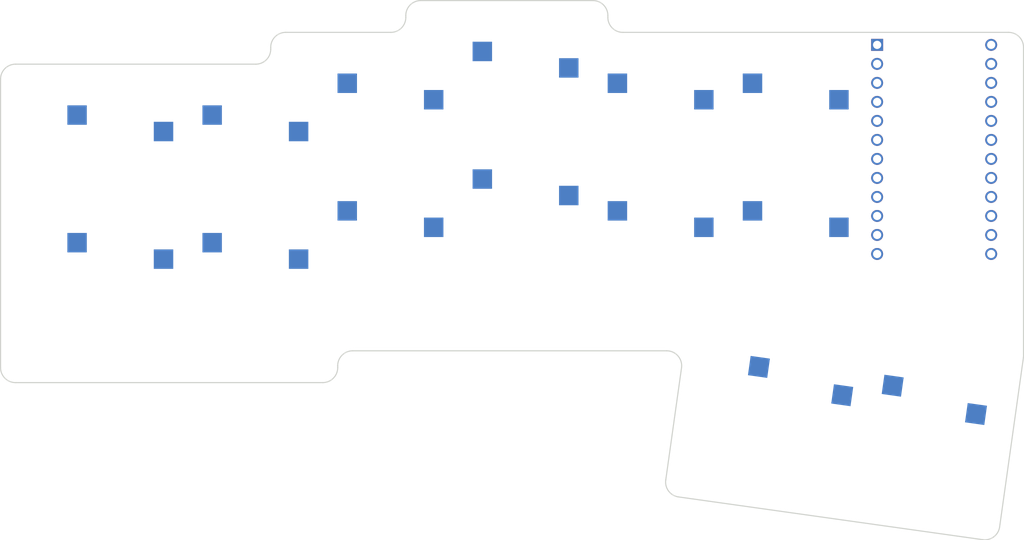
<source format=kicad_pcb>
(kicad_pcb (version 20240108) (generator "pcbnew") (generator_version "8.0")
  (title_block (title "key-outline") (rev "v1.0.0") (company "Unknown"))
  (layers (0 "F.Cu" signal) (31 "B.Cu" signal) (34 "B.Paste" user) (35 "F.Paste" user) (36 "B.SilkS" user "B.Silkscreen") (37 "F.SilkS" user "F.Silkscreen") (38 "B.Mask" user) (39 "F.Mask" user) (44 "Edge.Cuts" user))
  (net 0 "")
  (net 1 "GND")
  (footprint "PG1350" (layer "F.Cu") (at 87.775 121.2)
    (property "Reference" "S1" (hide yes))
    (property "Value" "" (hide yes))
    (pad "" np_thru_hole circle (at -5.5 0) (size 1.7018 1.7018) (drill 1.7018) (layers "*.Cu" "*.Mask"))
    (pad "" np_thru_hole circle (at 0 -5.95) (size 3 3) (drill 3) (layers "*.Cu" "*.Mask"))
    (pad "" np_thru_hole circle (at 0 0) (size 3.429 3.429) (drill 3.429) (layers "*.Cu" "*.Mask"))
    (pad "" np_thru_hole circle (at 5 -3.75) (size 3 3) (drill 3) (layers "*.Cu" "*.Mask"))
    (pad "" np_thru_hole circle (at 5.5 0) (size 1.7018 1.7018) (drill 1.7018) (layers "*.Cu" "*.Mask"))
    (pad "1" smd rect (at -3.275 -5.95) (size 2.6 2.6) (layers "B.Cu" "B.Paste" "B.Mask") (net 1 "GND"))
    (pad "2" smd rect (at 8.275 -3.75) (size 2.6 2.6) (layers "B.Cu" "B.Paste" "B.Mask"))
  )
  (footprint "PG1350" (layer "F.Cu") (at 105.825 104.15)
    (property "Reference" "S4" (hide yes))
    (property "Value" "" (hide yes))
    (pad "" np_thru_hole circle (at -5.5 0) (size 1.7018 1.7018) (drill 1.7018) (layers "*.Cu" "*.Mask"))
    (pad "" np_thru_hole circle (at 0 -5.95) (size 3 3) (drill 3) (layers "*.Cu" "*.Mask"))
    (pad "" np_thru_hole circle (at 0 0) (size 3.429 3.429) (drill 3.429) (layers "*.Cu" "*.Mask"))
    (pad "" np_thru_hole circle (at 5 -3.75) (size 3 3) (drill 3) (layers "*.Cu" "*.Mask"))
    (pad "" np_thru_hole circle (at 5.5 0) (size 1.7018 1.7018) (drill 1.7018) (layers "*.Cu" "*.Mask"))
    (pad "1" smd rect (at -3.275 -5.95) (size 2.6 2.6) (layers "B.Cu" "B.Paste" "B.Mask") (net 1 "GND"))
    (pad "2" smd rect (at 8.275 -3.75) (size 2.6 2.6) (layers "B.Cu" "B.Paste" "B.Mask"))
  )
  (footprint "PG1350" (layer "F.Cu") (at 159.975 99.9)
    (property "Reference" "S10" (hide yes))
    (property "Value" "" (hide yes))
    (pad "" np_thru_hole circle (at -5.5 0) (size 1.7018 1.7018) (drill 1.7018) (layers "*.Cu" "*.Mask"))
    (pad "" np_thru_hole circle (at 0 -5.95) (size 3 3) (drill 3) (layers "*.Cu" "*.Mask"))
    (pad "" np_thru_hole circle (at 0 0) (size 3.429 3.429) (drill 3.429) (layers "*.Cu" "*.Mask"))
    (pad "" np_thru_hole circle (at 5 -3.75) (size 3 3) (drill 3) (layers "*.Cu" "*.Mask"))
    (pad "" np_thru_hole circle (at 5.5 0) (size 1.7018 1.7018) (drill 1.7018) (layers "*.Cu" "*.Mask"))
    (pad "1" smd rect (at -3.275 -5.95) (size 2.6 2.6) (layers "B.Cu" "B.Paste" "B.Mask") (net 1 "GND"))
    (pad "2" smd rect (at 8.275 -3.75) (size 2.6 2.6) (layers "B.Cu" "B.Paste" "B.Mask"))
  )
  (footprint "promicro:ProMicro-NoSilk" (layer "F.Cu") (at 199.025 102.79 -90)
    (property "Reference" "REF**" (hide yes))
    (property "Value" "ProMicro-NoSilk")
    (pad "1" thru_hole rect (at -13.97 7.62 270) (size 1.6 1.6) (drill 1.1) (layers "*.Cu" "*.Mask"))
    (pad "2" thru_hole circle (at -11.43 7.62 270) (size 1.6 1.6) (drill 1.1) (layers "*.Cu" "*.Mask"))
    (pad "3" thru_hole circle (at -8.89 7.62 270) (size 1.6 1.6) (drill 1.1) (layers "*.Cu" "*.Mask"))
    (pad "4" thru_hole circle (at -6.35 7.62 270) (size 1.6 1.6) (drill 1.1) (layers "*.Cu" "*.Mask"))
    (pad "5" thru_hole circle (at -3.81 7.62 270) (size 1.6 1.6) (drill 1.1) (layers "*.Cu" "*.Mask"))
    (pad "6" thru_hole circle (at -1.27 7.62 270) (size 1.6 1.6) (drill 1.1) (layers "*.Cu" "*.Mask"))
    (pad "7" thru_hole circle (at 1.27 7.62 270) (size 1.6 1.6) (drill 1.1) (layers "*.Cu" "*.Mask"))
    (pad "8" thru_hole circle (at 3.81 7.62 270) (size 1.6 1.6) (drill 1.1) (layers "*.Cu" "*.Mask"))
    (pad "9" thru_hole circle (at 6.35 7.62 270) (size 1.6 1.6) (drill 1.1) (layers "*.Cu" "*.Mask"))
    (pad "10" thru_hole circle (at 8.89 7.62 270) (size 1.6 1.6) (drill 1.1) (layers "*.Cu" "*.Mask"))
    (pad "11" thru_hole circle (at 11.43 7.62 270) (size 1.6 1.6) (drill 1.1) (layers "*.Cu" "*.Mask"))
    (pad "12" thru_hole circle (at 13.97 7.62 270) (size 1.6 1.6) (drill 1.1) (layers "*.Cu" "*.Mask"))
    (pad "13" thru_hole circle (at 13.97 -7.62 270) (size 1.6 1.6) (drill 1.1) (layers "*.Cu" "*.Mask"))
    (pad "14" thru_hole circle (at 11.43 -7.62 270) (size 1.6 1.6) (drill 1.1) (layers "*.Cu" "*.Mask"))
    (pad "15" thru_hole circle (at 8.89 -7.62 270) (size 1.6 1.6) (drill 1.1) (layers "*.Cu" "*.Mask"))
    (pad "16" thru_hole circle (at 6.35 -7.62 270) (size 1.6 1.6) (drill 1.1) (layers "*.Cu" "*.Mask"))
    (pad "17" thru_hole circle (at 3.81 -7.62 270) (size 1.6 1.6) (drill 1.1) (layers "*.Cu" "*.Mask"))
    (pad "18" thru_hole circle (at 1.27 -7.62 270) (size 1.6 1.6) (drill 1.1) (layers "*.Cu" "*.Mask"))
    (pad "19" thru_hole circle (at -1.27 -7.62 270) (size 1.6 1.6) (drill 1.1) (layers "*.Cu" "*.Mask"))
    (pad "20" thru_hole circle (at -3.81 -7.62 270) (size 1.6 1.6) (drill 1.1) (layers "*.Cu" "*.Mask"))
    (pad "21" thru_hole circle (at -6.35 -7.62 270) (size 1.6 1.6) (drill 1.1) (layers "*.Cu" "*.Mask"))
    (pad "22" thru_hole circle (at -8.89 -7.62 270) (size 1.6 1.6) (drill 1.1) (layers "*.Cu" "*.Mask"))
    (pad "23" thru_hole circle (at -11.43 -7.62 270) (size 1.6 1.6) (drill 1.1) (layers "*.Cu" "*.Mask"))
    (pad "24" thru_hole circle (at -13.97 -7.62 270) (size 1.6 1.6) (drill 1.1) (layers "*.Cu" "*.Mask"))
  )
  (footprint "PG1350" (layer "F.Cu") (at 87.775 104.15)
    (property "Reference" "S2" (hide yes))
    (property "Value" "" (hide yes))
    (pad "" np_thru_hole circle (at -5.5 0) (size 1.7018 1.7018) (drill 1.7018) (layers "*.Cu" "*.Mask"))
    (pad "" np_thru_hole circle (at 0 -5.95) (size 3 3) (drill 3) (layers "*.Cu" "*.Mask"))
    (pad "" np_thru_hole circle (at 0 0) (size 3.429 3.429) (drill 3.429) (layers "*.Cu" "*.Mask"))
    (pad "" np_thru_hole circle (at 5 -3.75) (size 3 3) (drill 3) (layers "*.Cu" "*.Mask"))
    (pad "" np_thru_hole circle (at 5.5 0) (size 1.7018 1.7018) (drill 1.7018) (layers "*.Cu" "*.Mask"))
    (pad "1" smd rect (at -3.275 -5.95) (size 2.6 2.6) (layers "B.Cu" "B.Paste" "B.Mask") (net 1 "GND"))
    (pad "2" smd rect (at 8.275 -3.75) (size 2.6 2.6) (layers "B.Cu" "B.Paste" "B.Mask"))
  )
  (footprint "PG1350" (layer "F.Cu") (at 159.975 116.95)
    (property "Reference" "S9" (hide yes))
    (property "Value" "" (hide yes))
    (pad "" np_thru_hole circle (at -5.5 0) (size 1.7018 1.7018) (drill 1.7018) (layers "*.Cu" "*.Mask"))
    (pad "" np_thru_hole circle (at 0 -5.95) (size 3 3) (drill 3) (layers "*.Cu" "*.Mask"))
    (pad "" np_thru_hole circle (at 0 0) (size 3.429 3.429) (drill 3.429) (layers "*.Cu" "*.Mask"))
    (pad "" np_thru_hole circle (at 5 -3.75) (size 3 3) (drill 3) (layers "*.Cu" "*.Mask"))
    (pad "" np_thru_hole circle (at 5.5 0) (size 1.7018 1.7018) (drill 1.7018) (layers "*.Cu" "*.Mask"))
    (pad "1" smd rect (at -3.275 -5.95) (size 2.6 2.6) (layers "B.Cu" "B.Paste" "B.Mask") (net 1 "GND"))
    (pad "2" smd rect (at 8.275 -3.75) (size 2.6 2.6) (layers "B.Cu" "B.Paste" "B.Mask"))
  )
  (footprint "PG1350" (layer "F.Cu") (at 141.925 95.65)
    (property "Reference" "S8" (hide yes))
    (property "Value" "" (hide yes))
    (pad "" np_thru_hole circle (at -5.5 0) (size 1.7018 1.7018) (drill 1.7018) (layers "*.Cu" "*.Mask"))
    (pad "" np_thru_hole circle (at 0 -5.95) (size 3 3) (drill 3) (layers "*.Cu" "*.Mask"))
    (pad "" np_thru_hole circle (at 0 0) (size 3.429 3.429) (drill 3.429) (layers "*.Cu" "*.Mask"))
    (pad "" np_thru_hole circle (at 5 -3.75) (size 3 3) (drill 3) (layers "*.Cu" "*.Mask"))
    (pad "" np_thru_hole circle (at 5.5 0) (size 1.7018 1.7018) (drill 1.7018) (layers "*.Cu" "*.Mask"))
    (pad "1" smd rect (at -3.275 -5.95) (size 2.6 2.6) (layers "B.Cu" "B.Paste" "B.Mask") (net 1 "GND"))
    (pad "2" smd rect (at 8.275 -3.75) (size 2.6 2.6) (layers "B.Cu" "B.Paste" "B.Mask"))
  )
  (footprint "PG1350" (layer "F.Cu") (at 105.825 121.2)
    (property "Reference" "S3" (hide yes))
    (property "Value" "" (hide yes))
    (pad "" np_thru_hole circle (at -5.5 0) (size 1.7018 1.7018) (drill 1.7018) (layers "*.Cu" "*.Mask"))
    (pad "" np_thru_hole circle (at 0 -5.95) (size 3 3) (drill 3) (layers "*.Cu" "*.Mask"))
    (pad "" np_thru_hole circle (at 0 0) (size 3.429 3.429) (drill 3.429) (layers "*.Cu" "*.Mask"))
    (pad "" np_thru_hole circle (at 5 -3.75) (size 3 3) (drill 3) (layers "*.Cu" "*.Mask"))
    (pad "" np_thru_hole circle (at 5.5 0) (size 1.7018 1.7018) (drill 1.7018) (layers "*.Cu" "*.Mask"))
    (pad "1" smd rect (at -3.275 -5.95) (size 2.6 2.6) (layers "B.Cu" "B.Paste" "B.Mask") (net 1 "GND"))
    (pad "2" smd rect (at 8.275 -3.75) (size 2.6 2.6) (layers "B.Cu" "B.Paste" "B.Mask"))
  )
  (footprint "PG1350" (layer "F.Cu") (at 123.875 116.95)
    (property "Reference" "S5" (hide yes))
    (property "Value" "" (hide yes))
    (pad "" np_thru_hole circle (at -5.5 0) (size 1.7018 1.7018) (drill 1.7018) (layers "*.Cu" "*.Mask"))
    (pad "" np_thru_hole circle (at 0 -5.95) (size 3 3) (drill 3) (layers "*.Cu" "*.Mask"))
    (pad "" np_thru_hole circle (at 0 0) (size 3.429 3.429) (drill 3.429) (layers "*.Cu" "*.Mask"))
    (pad "" np_thru_hole circle (at 5 -3.75) (size 3 3) (drill 3) (layers "*.Cu" "*.Mask"))
    (pad "" np_thru_hole circle (at 5.5 0) (size 1.7018 1.7018) (drill 1.7018) (layers "*.Cu" "*.Mask"))
    (pad "1" smd rect (at -3.275 -5.95) (size 2.6 2.6) (layers "B.Cu" "B.Paste" "B.Mask") (net 1 "GND"))
    (pad "2" smd rect (at 8.275 -3.75) (size 2.6 2.6) (layers "B.Cu" "B.Paste" "B.Mask"))
  )
  (footprint "PG1350" (layer "F.Cu") (at 123.875 99.9)
    (property "Reference" "S6" (hide yes))
    (property "Value" "" (hide yes))
    (pad "" np_thru_hole circle (at -5.5 0) (size 1.7018 1.7018) (drill 1.7018) (layers "*.Cu" "*.Mask"))
    (pad "" np_thru_hole circle (at 0 -5.95) (size 3 3) (drill 3) (layers "*.Cu" "*.Mask"))
    (pad "" np_thru_hole circle (at 0 0) (size 3.429 3.429) (drill 3.429) (layers "*.Cu" "*.Mask"))
    (pad "" np_thru_hole circle (at 5 -3.75) (size 3 3) (drill 3) (layers "*.Cu" "*.Mask"))
    (pad "" np_thru_hole circle (at 5.5 0) (size 1.7018 1.7018) (drill 1.7018) (layers "*.Cu" "*.Mask"))
    (pad "1" smd rect (at -3.275 -5.95) (size 2.6 2.6) (layers "B.Cu" "B.Paste" "B.Mask") (net 1 "GND"))
    (pad "2" smd rect (at 8.275 -3.75) (size 2.6 2.6) (layers "B.Cu" "B.Paste" "B.Mask"))
  )
  (footprint "PG1350" (layer "F.Cu") (at 141.925 112.7)
    (property "Reference" "S7" (hide yes))
    (property "Value" "" (hide yes))
    (pad "" np_thru_hole circle (at -5.5 0) (size 1.7018 1.7018) (drill 1.7018) (layers "*.Cu" "*.Mask"))
    (pad "" np_thru_hole circle (at 0 -5.95) (size 3 3) (drill 3) (layers "*.Cu" "*.Mask"))
    (pad "" np_thru_hole circle (at 0 0) (size 3.429 3.429) (drill 3.429) (layers "*.Cu" "*.Mask"))
    (pad "" np_thru_hole circle (at 5 -3.75) (size 3 3) (drill 3) (layers "*.Cu" "*.Mask"))
    (pad "" np_thru_hole circle (at 5.5 0) (size 1.7018 1.7018) (drill 1.7018) (layers "*.Cu" "*.Mask"))
    (pad "1" smd rect (at -3.275 -5.95) (size 2.6 2.6) (layers "B.Cu" "B.Paste" "B.Mask") (net 1 "GND"))
    (pad "2" smd rect (at 8.275 -3.75) (size 2.6 2.6) (layers "B.Cu" "B.Paste" "B.Mask"))
  )
  (footprint "PG1350" (layer "F.Cu") (at 178.025 116.95)
    (property "Reference" "S11" (hide yes))
    (property "Value" "" (hide yes))
    (pad "" np_thru_hole circle (at -5.5 0) (size 1.7018 1.7018) (drill 1.7018) (layers "*.Cu" "*.Mask"))
    (pad "" np_thru_hole circle (at 0 -5.95) (size 3 3) (drill 3) (layers "*.Cu" "*.Mask"))
    (pad "" np_thru_hole circle (at 0 0) (size 3.429 3.429) (drill 3.429) (layers "*.Cu" "*.Mask"))
    (pad "" np_thru_hole circle (at 5 -3.75) (size 3 3) (drill 3) (layers "*.Cu" "*.Mask"))
    (pad "" np_thru_hole circle (at 5.5 0) (size 1.7018 1.7018) (drill 1.7018) (layers "*.Cu" "*.Mask"))
    (pad "1" smd rect (at -3.275 -5.95) (size 2.6 2.6) (layers "B.Cu" "B.Paste" "B.Mask") (net 1 "GND"))
    (pad "2" smd rect (at 8.275 -3.75) (size 2.6 2.6) (layers "B.Cu" "B.Paste" "B.Mask"))
  )
  (footprint "PG1350" (layer "F.Cu") (at 178.025 138.2 -8)
    (property "Reference" "S13" (hide yes))
    (property "Value" "" (hide yes))
    (pad "" np_thru_hole circle (at -5.5 0) (size 1.7018 1.7018) (drill 1.7018) (layers "*.Cu" "*.Mask"))
    (pad "" np_thru_hole circle (at 0 -5.95) (size 3 3) (drill 3) (layers "*.Cu" "*.Mask"))
    (pad "" np_thru_hole circle (at 0 0) (size 3.429 3.429) (drill 3.429) (layers "*.Cu" "*.Mask"))
    (pad "" np_thru_hole circle (at 4.999999 -3.75) (size 3 3) (drill 3) (layers "*.Cu" "*.Mask"))
    (pad "" np_thru_hole circle (at 5.5 0) (size 1.7018 1.7018) (drill 1.7018) (layers "*.Cu" "*.Mask"))
    (pad "1" smd rect (at -3.275 -5.95 352) (size 2.6 2.6) (layers "B.Cu" "B.Paste" "B.Mask") (net 1 "GND"))
    (pad "2" smd rect (at 8.275 -3.75 352) (size 2.6 2.6) (layers "B.Cu" "B.Paste" "B.Mask"))
  )
  (footprint "PG1350" (layer "F.Cu") (at 195.899339 140.712075 -8)
    (property "Reference" "S14" (hide yes))
    (property "Value" "" (hide yes))
    (pad "" np_thru_hole circle (at -5.5 0) (size 1.7018 1.7018) (drill 1.7018) (layers "*.Cu" "*.Mask"))
    (pad "" np_thru_hole circle (at 0 -5.95) (size 3 3) (drill 3) (layers "*.Cu" "*.Mask"))
    (pad "" np_thru_hole circle (at 0 0) (size 3.429 3.429) (drill 3.429) (layers "*.Cu" "*.Mask"))
    (pad "" np_thru_hole circle (at 4.999999 -3.75) (size 3 3) (drill 3) (layers "*.Cu" "*.Mask"))
    (pad "" np_thru_hole circle (at 5.5 0) (size 1.7018 1.7018) (drill 1.7018) (layers "*.Cu" "*.Mask"))
    (pad "1" smd rect (at -3.275 -5.95 352) (size 2.6 2.6) (layers "B.Cu" "B.Paste" "B.Mask") (net 1 "GND"))
    (pad "2" smd rect (at 8.275 -3.75 352) (size 2.6 2.6) (layers "B.Cu" "B.Paste" "B.Mask"))
  )
  (footprint "PG1350" (layer "F.Cu") (at 178.025 99.9)
    (property "Reference" "S12" (hide yes))
    (property "Value" "" (hide yes))
    (pad "" np_thru_hole circle (at -5.5 0) (size 1.7018 1.7018) (drill 1.7018) (layers "*.Cu" "*.Mask"))
    (pad "" np_thru_hole circle (at 0 -5.95) (size 3 3) (drill 3) (layers "*.Cu" "*.Mask"))
    (pad "" np_thru_hole circle (at 0 0) (size 3.429 3.429) (drill 3.429) (layers "*.Cu" "*.Mask"))
    (pad "" np_thru_hole circle (at 5 -3.75) (size 3 3) (drill 3) (layers "*.Cu" "*.Mask"))
    (pad "" np_thru_hole circle (at 5.5 0) (size 1.7018 1.7018) (drill 1.7018) (layers "*.Cu" "*.Mask"))
    (pad "1" smd rect (at -3.275 -5.95) (size 2.6 2.6) (layers "B.Cu" "B.Paste" "B.Mask") (net 1 "GND"))
    (pad "2" smd rect (at 8.275 -3.75) (size 2.6 2.6) (layers "B.Cu" "B.Paste" "B.Mask"))
  )
  (gr_line (start 119.325 131.7) (end 119.325 131.95) (stroke (width 0.15)) (layer "Edge.Cuts"))
  (gr_arc (start 119.325 131.7) (mid 119.910786 130.285786) (end 121.325 129.7) (stroke (width 0.15)) (layer "Edge.Cuts"))
  (gr_line (start 155.425 84.9) (end 155.425 85.15) (stroke (width 0.15)) (layer "Edge.Cuts"))
  (gr_line (start 76.275 91.4) (end 108.375 91.4) (stroke (width 0.15)) (layer "Edge.Cuts"))
  (gr_arc (start 76.275 133.95) (mid 74.860786 133.364214) (end 74.275 131.95) (stroke (width 0.15)) (layer "Edge.Cuts"))
  (gr_arc (start 164.86246 149.225427) (mid 163.543535 148.448521) (end 163.16027 146.966545) (stroke (width 0.15)) (layer "Edge.Cuts"))
  (gr_line (start 210.965 130.55) (end 210.960197 130.55) (stroke (width 0.15)) (layer "Edge.Cuts"))
  (gr_arc (start 128.425 84.9) (mid 129.010786 83.485786) (end 130.425 82.9) (stroke (width 0.15)) (layer "Edge.Cuts"))
  (gr_arc (start 163.286188 129.7) (mid 164.795607 130.387882) (end 165.266724 131.978346) (stroke (width 0.15)) (layer "Edge.Cuts"))
  (gr_line (start 210.965 89.15) (end 210.965 130.55) (stroke (width 0.15)) (layer "Edge.Cuts"))
  (gr_arc (start 74.275 93.4) (mid 74.860786 91.985786) (end 76.275 91.4) (stroke (width 0.15)) (layer "Edge.Cuts"))
  (gr_line (start 163.16027 146.966545) (end 165.266724 131.978346) (stroke (width 0.15)) (layer "Edge.Cuts"))
  (gr_arc (start 110.375 89.4) (mid 109.789214 90.814214) (end 108.375 91.4) (stroke (width 0.15)) (layer "Edge.Cuts"))
  (gr_line (start 112.375 87.15) (end 126.425 87.15) (stroke (width 0.15)) (layer "Edge.Cuts"))
  (gr_arc (start 110.375 89.15) (mid 110.960786 87.735786) (end 112.375 87.15) (stroke (width 0.15)) (layer "Edge.Cuts"))
  (gr_arc (start 207.771847 153.236294) (mid 206.99494 154.555218) (end 205.512964 154.938483) (stroke (width 0.15)) (layer "Edge.Cuts"))
  (gr_line (start 207.771847 153.236293) (end 210.960197 130.55) (stroke (width 0.15)) (layer "Edge.Cuts"))
  (gr_line (start 157.425 87.15) (end 208.965 87.15) (stroke (width 0.15)) (layer "Edge.Cuts"))
  (gr_line (start 130.425 82.9) (end 153.425 82.9) (stroke (width 0.15)) (layer "Edge.Cuts"))
  (gr_arc (start 208.965 87.15) (mid 210.379214 87.735786) (end 210.965 89.15) (stroke (width 0.15)) (layer "Edge.Cuts"))
  (gr_arc (start 157.425 87.15) (mid 156.010786 86.564214) (end 155.425 85.15) (stroke (width 0.15)) (layer "Edge.Cuts"))
  (gr_line (start 121.325 129.7) (end 163.286188 129.7) (stroke (width 0.15)) (layer "Edge.Cuts"))
  (gr_line (start 128.425 85.15) (end 128.425 84.9) (stroke (width 0.15)) (layer "Edge.Cuts"))
  (gr_arc (start 128.425 85.15) (mid 127.839214 86.564214) (end 126.425 87.15) (stroke (width 0.15)) (layer "Edge.Cuts"))
  (gr_line (start 74.275 131.95) (end 74.275 93.4) (stroke (width 0.15)) (layer "Edge.Cuts"))
  (gr_line (start 164.86246 149.225427) (end 205.512964 154.938483) (stroke (width 0.15)) (layer "Edge.Cuts"))
  (gr_arc (start 119.325 131.95) (mid 118.739214 133.364214) (end 117.325 133.95) (stroke (width 0.15)) (layer "Edge.Cuts"))
  (gr_arc (start 153.425 82.9) (mid 154.839214 83.485786) (end 155.425 84.9) (stroke (width 0.15)) (layer "Edge.Cuts"))
  (gr_line (start 110.375 89.4) (end 110.375 89.15) (stroke (width 0.15)) (layer "Edge.Cuts"))
  (gr_line (start 76.275 133.95) (end 117.325 133.95) (stroke (width 0.15)) (layer "Edge.Cuts"))
)
</source>
